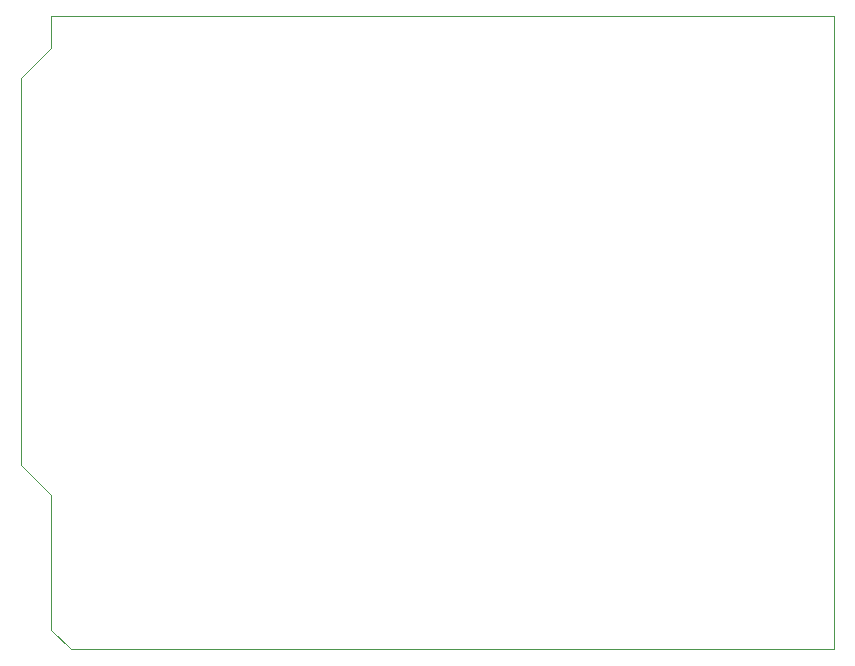
<source format=gbr>
%TF.GenerationSoftware,KiCad,Pcbnew,8.0.2*%
%TF.CreationDate,2024-05-09T00:29:14-05:00*%
%TF.ProjectId,Uno_R4_LCC_Shield,556e6f5f-5234-45f4-9c43-435f53686965,rev?*%
%TF.SameCoordinates,Original*%
%TF.FileFunction,Profile,NP*%
%FSLAX46Y46*%
G04 Gerber Fmt 4.6, Leading zero omitted, Abs format (unit mm)*
G04 Created by KiCad (PCBNEW 8.0.2) date 2024-05-09 00:29:14*
%MOMM*%
%LPD*%
G01*
G04 APERTURE LIST*
%TA.AperFunction,Profile*%
%ADD10C,0.120000*%
%TD*%
G04 APERTURE END LIST*
D10*
%TO.C,A1*%
X96730000Y-26540000D02*
X96730000Y-59310000D01*
X96730000Y-59310000D02*
X99270000Y-61850000D01*
X99270000Y-21330000D02*
X99270000Y-24000000D01*
X99270000Y-24000000D02*
X96730000Y-26540000D01*
X99270000Y-61850000D02*
X99270000Y-73280000D01*
X99270000Y-73280000D02*
X100920000Y-74930000D01*
X100920000Y-74930000D02*
X165570000Y-74930000D01*
X165570000Y-21330000D02*
X99270000Y-21330000D01*
X165570000Y-74930000D02*
X165570000Y-21330000D01*
%TD*%
M02*

</source>
